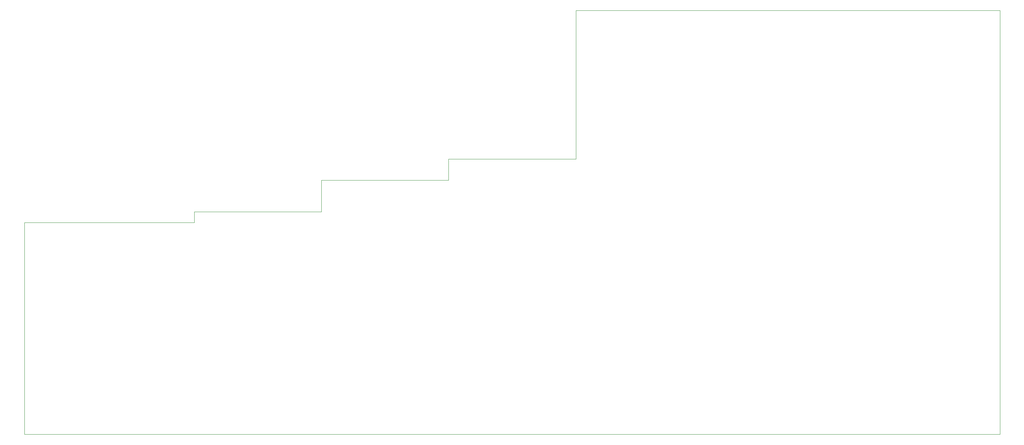
<source format=gbr>
%FSTAX66Y66*%
%MOMM*%
%SFA1B1*%

%IPPOS*%
%ADD26C,0.025400*%
%LNmtrl_50mm_thru_profile-1*%
%LPD*%
G54D26*
X0Y0D02*
Y000049998376D01*
X000039999996*
Y000052498371*
X000069999987*
Y000059998787*
X000099999977*
Y000064999184*
X000129999994*
Y000099999596*
X000229999997*
Y0*
X0*
M02*
</source>
